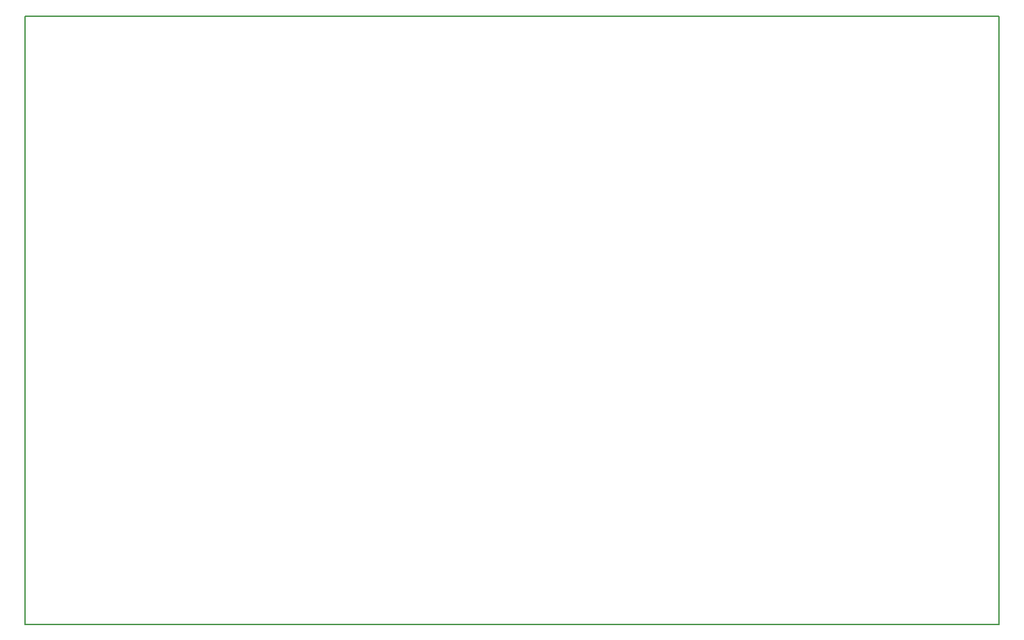
<source format=gbr>
G04 #@! TF.FileFunction,Profile,NP*
%FSLAX46Y46*%
G04 Gerber Fmt 4.6, Leading zero omitted, Abs format (unit mm)*
G04 Created by KiCad (PCBNEW 4.0.7) date 02/22/18 17:53:21*
%MOMM*%
%LPD*%
G01*
G04 APERTURE LIST*
%ADD10C,0.100000*%
%ADD11C,0.150000*%
G04 APERTURE END LIST*
D10*
D11*
X213360000Y-50800000D02*
X91440000Y-50800000D01*
X213360000Y-127000000D02*
X213360000Y-50800000D01*
X91440000Y-127000000D02*
X213360000Y-127000000D01*
X91440000Y-50800000D02*
X91440000Y-127000000D01*
M02*

</source>
